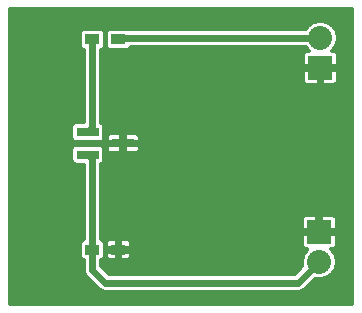
<source format=gtl>
G04 #@! TF.FileFunction,Copper,L1,Top,Signal*
%FSLAX46Y46*%
G04 Gerber Fmt 4.6, Leading zero omitted, Abs format (unit mm)*
G04 Created by KiCad (PCBNEW 4.0.4-1.fc24-product) date Thu Mar  1 10:42:45 2018*
%MOMM*%
%LPD*%
G01*
G04 APERTURE LIST*
%ADD10C,0.100000*%
%ADD11R,2.032000X2.032000*%
%ADD12O,2.032000X2.032000*%
%ADD13R,1.900000X0.800000*%
%ADD14R,1.200000X0.900000*%
%ADD15C,0.600000*%
%ADD16C,0.300000*%
G04 APERTURE END LIST*
D10*
D11*
X202800000Y-75500000D03*
D12*
X202800000Y-72960000D03*
D11*
X202700000Y-89400000D03*
D12*
X202700000Y-91940000D03*
D13*
X183100000Y-80950000D03*
X183100000Y-82850000D03*
X186100000Y-81900000D03*
D14*
X185700000Y-73100000D03*
X183500000Y-73100000D03*
X183500000Y-90900000D03*
X185700000Y-90900000D03*
D15*
X202800000Y-72960000D02*
X185840000Y-72960000D01*
X185840000Y-72960000D02*
X185700000Y-73100000D01*
X202760000Y-73000000D02*
X202800000Y-72960000D01*
X184600000Y-93700000D02*
X183500000Y-92600000D01*
X183500000Y-92600000D02*
X183500000Y-90900000D01*
X200940000Y-93700000D02*
X184600000Y-93700000D01*
X202700000Y-91940000D02*
X200940000Y-93700000D01*
X183500000Y-90900000D02*
X183500000Y-83250000D01*
X183500000Y-83250000D02*
X183100000Y-82850000D01*
X183500000Y-73100000D02*
X183500000Y-80550000D01*
X183500000Y-80550000D02*
X183100000Y-80950000D01*
D16*
G36*
X205475000Y-95475000D02*
X176550000Y-95475000D01*
X176550000Y-82450000D01*
X181691184Y-82450000D01*
X181691184Y-83250000D01*
X181722562Y-83416760D01*
X181821117Y-83569919D01*
X181971495Y-83672668D01*
X182150000Y-83708816D01*
X182750000Y-83708816D01*
X182750000Y-90019408D01*
X182733240Y-90022562D01*
X182580081Y-90121117D01*
X182477332Y-90271495D01*
X182441184Y-90450000D01*
X182441184Y-91350000D01*
X182472562Y-91516760D01*
X182571117Y-91669919D01*
X182721495Y-91772668D01*
X182750000Y-91778440D01*
X182750000Y-92600000D01*
X182807090Y-92887013D01*
X182969670Y-93130330D01*
X184069670Y-94230330D01*
X184312987Y-94392910D01*
X184600000Y-94450000D01*
X200940000Y-94450000D01*
X201227013Y-94392910D01*
X201470330Y-94230330D01*
X202357145Y-93343515D01*
X202671279Y-93406000D01*
X202728721Y-93406000D01*
X203289735Y-93294407D01*
X203765340Y-92976619D01*
X204083128Y-92501014D01*
X204194721Y-91940000D01*
X204083128Y-91378986D01*
X203765340Y-90903381D01*
X203709395Y-90866000D01*
X203805511Y-90866000D01*
X203970905Y-90797491D01*
X204097492Y-90670904D01*
X204166000Y-90505510D01*
X204166000Y-89662500D01*
X204053500Y-89550000D01*
X202850000Y-89550000D01*
X202850000Y-89570000D01*
X202550000Y-89570000D01*
X202550000Y-89550000D01*
X201346500Y-89550000D01*
X201234000Y-89662500D01*
X201234000Y-90505510D01*
X201302508Y-90670904D01*
X201429095Y-90797491D01*
X201594489Y-90866000D01*
X201690605Y-90866000D01*
X201634660Y-90903381D01*
X201316872Y-91378986D01*
X201205279Y-91940000D01*
X201277295Y-92302045D01*
X200629340Y-92950000D01*
X184910660Y-92950000D01*
X184250000Y-92289340D01*
X184250000Y-91780592D01*
X184266760Y-91777438D01*
X184419919Y-91678883D01*
X184522668Y-91528505D01*
X184558816Y-91350000D01*
X184558816Y-91162500D01*
X184650000Y-91162500D01*
X184650000Y-91439510D01*
X184718508Y-91604904D01*
X184845095Y-91731491D01*
X185010489Y-91800000D01*
X185437500Y-91800000D01*
X185550000Y-91687500D01*
X185550000Y-91050000D01*
X185850000Y-91050000D01*
X185850000Y-91687500D01*
X185962500Y-91800000D01*
X186389511Y-91800000D01*
X186554905Y-91731491D01*
X186681492Y-91604904D01*
X186750000Y-91439510D01*
X186750000Y-91162500D01*
X186637500Y-91050000D01*
X185850000Y-91050000D01*
X185550000Y-91050000D01*
X184762500Y-91050000D01*
X184650000Y-91162500D01*
X184558816Y-91162500D01*
X184558816Y-90450000D01*
X184541974Y-90360490D01*
X184650000Y-90360490D01*
X184650000Y-90637500D01*
X184762500Y-90750000D01*
X185550000Y-90750000D01*
X185550000Y-90112500D01*
X185850000Y-90112500D01*
X185850000Y-90750000D01*
X186637500Y-90750000D01*
X186750000Y-90637500D01*
X186750000Y-90360490D01*
X186681492Y-90195096D01*
X186554905Y-90068509D01*
X186389511Y-90000000D01*
X185962500Y-90000000D01*
X185850000Y-90112500D01*
X185550000Y-90112500D01*
X185437500Y-90000000D01*
X185010489Y-90000000D01*
X184845095Y-90068509D01*
X184718508Y-90195096D01*
X184650000Y-90360490D01*
X184541974Y-90360490D01*
X184527438Y-90283240D01*
X184428883Y-90130081D01*
X184278505Y-90027332D01*
X184250000Y-90021560D01*
X184250000Y-88294490D01*
X201234000Y-88294490D01*
X201234000Y-89137500D01*
X201346500Y-89250000D01*
X202550000Y-89250000D01*
X202550000Y-88046500D01*
X202850000Y-88046500D01*
X202850000Y-89250000D01*
X204053500Y-89250000D01*
X204166000Y-89137500D01*
X204166000Y-88294490D01*
X204097492Y-88129096D01*
X203970905Y-88002509D01*
X203805511Y-87934000D01*
X202962500Y-87934000D01*
X202850000Y-88046500D01*
X202550000Y-88046500D01*
X202437500Y-87934000D01*
X201594489Y-87934000D01*
X201429095Y-88002509D01*
X201302508Y-88129096D01*
X201234000Y-88294490D01*
X184250000Y-88294490D01*
X184250000Y-83656049D01*
X184369919Y-83578883D01*
X184472668Y-83428505D01*
X184508816Y-83250000D01*
X184508816Y-82450000D01*
X184477438Y-82283240D01*
X184399745Y-82162500D01*
X184700000Y-82162500D01*
X184700000Y-82389510D01*
X184768508Y-82554904D01*
X184895095Y-82681491D01*
X185060489Y-82750000D01*
X185837500Y-82750000D01*
X185950000Y-82637500D01*
X185950000Y-82050000D01*
X186250000Y-82050000D01*
X186250000Y-82637500D01*
X186362500Y-82750000D01*
X187139511Y-82750000D01*
X187304905Y-82681491D01*
X187431492Y-82554904D01*
X187500000Y-82389510D01*
X187500000Y-82162500D01*
X187387500Y-82050000D01*
X186250000Y-82050000D01*
X185950000Y-82050000D01*
X184812500Y-82050000D01*
X184700000Y-82162500D01*
X184399745Y-82162500D01*
X184378883Y-82130081D01*
X184228505Y-82027332D01*
X184050000Y-81991184D01*
X182150000Y-81991184D01*
X181983240Y-82022562D01*
X181830081Y-82121117D01*
X181727332Y-82271495D01*
X181691184Y-82450000D01*
X176550000Y-82450000D01*
X176550000Y-80550000D01*
X181691184Y-80550000D01*
X181691184Y-81350000D01*
X181722562Y-81516760D01*
X181821117Y-81669919D01*
X181971495Y-81772668D01*
X182150000Y-81808816D01*
X184050000Y-81808816D01*
X184216760Y-81777438D01*
X184369919Y-81678883D01*
X184472668Y-81528505D01*
X184496566Y-81410490D01*
X184700000Y-81410490D01*
X184700000Y-81637500D01*
X184812500Y-81750000D01*
X185950000Y-81750000D01*
X185950000Y-81162500D01*
X186250000Y-81162500D01*
X186250000Y-81750000D01*
X187387500Y-81750000D01*
X187500000Y-81637500D01*
X187500000Y-81410490D01*
X187431492Y-81245096D01*
X187304905Y-81118509D01*
X187139511Y-81050000D01*
X186362500Y-81050000D01*
X186250000Y-81162500D01*
X185950000Y-81162500D01*
X185837500Y-81050000D01*
X185060489Y-81050000D01*
X184895095Y-81118509D01*
X184768508Y-81245096D01*
X184700000Y-81410490D01*
X184496566Y-81410490D01*
X184508816Y-81350000D01*
X184508816Y-80550000D01*
X184477438Y-80383240D01*
X184378883Y-80230081D01*
X184250000Y-80142019D01*
X184250000Y-75762500D01*
X201334000Y-75762500D01*
X201334000Y-76605510D01*
X201402508Y-76770904D01*
X201529095Y-76897491D01*
X201694489Y-76966000D01*
X202537500Y-76966000D01*
X202650000Y-76853500D01*
X202650000Y-75650000D01*
X202950000Y-75650000D01*
X202950000Y-76853500D01*
X203062500Y-76966000D01*
X203905511Y-76966000D01*
X204070905Y-76897491D01*
X204197492Y-76770904D01*
X204266000Y-76605510D01*
X204266000Y-75762500D01*
X204153500Y-75650000D01*
X202950000Y-75650000D01*
X202650000Y-75650000D01*
X201446500Y-75650000D01*
X201334000Y-75762500D01*
X184250000Y-75762500D01*
X184250000Y-73980592D01*
X184266760Y-73977438D01*
X184419919Y-73878883D01*
X184522668Y-73728505D01*
X184558816Y-73550000D01*
X184558816Y-72650000D01*
X184641184Y-72650000D01*
X184641184Y-73550000D01*
X184672562Y-73716760D01*
X184771117Y-73869919D01*
X184921495Y-73972668D01*
X185100000Y-74008816D01*
X186300000Y-74008816D01*
X186466760Y-73977438D01*
X186619919Y-73878883D01*
X186722668Y-73728505D01*
X186726415Y-73710000D01*
X201543148Y-73710000D01*
X201734660Y-73996619D01*
X201790605Y-74034000D01*
X201694489Y-74034000D01*
X201529095Y-74102509D01*
X201402508Y-74229096D01*
X201334000Y-74394490D01*
X201334000Y-75237500D01*
X201446500Y-75350000D01*
X202650000Y-75350000D01*
X202650000Y-75330000D01*
X202950000Y-75330000D01*
X202950000Y-75350000D01*
X204153500Y-75350000D01*
X204266000Y-75237500D01*
X204266000Y-74394490D01*
X204197492Y-74229096D01*
X204070905Y-74102509D01*
X203905511Y-74034000D01*
X203809395Y-74034000D01*
X203865340Y-73996619D01*
X204183128Y-73521014D01*
X204294721Y-72960000D01*
X204183128Y-72398986D01*
X203865340Y-71923381D01*
X203389735Y-71605593D01*
X202828721Y-71494000D01*
X202771279Y-71494000D01*
X202210265Y-71605593D01*
X201734660Y-71923381D01*
X201543148Y-72210000D01*
X186392917Y-72210000D01*
X186300000Y-72191184D01*
X185100000Y-72191184D01*
X184933240Y-72222562D01*
X184780081Y-72321117D01*
X184677332Y-72471495D01*
X184641184Y-72650000D01*
X184558816Y-72650000D01*
X184527438Y-72483240D01*
X184428883Y-72330081D01*
X184278505Y-72227332D01*
X184100000Y-72191184D01*
X182900000Y-72191184D01*
X182733240Y-72222562D01*
X182580081Y-72321117D01*
X182477332Y-72471495D01*
X182441184Y-72650000D01*
X182441184Y-73550000D01*
X182472562Y-73716760D01*
X182571117Y-73869919D01*
X182721495Y-73972668D01*
X182750000Y-73978440D01*
X182750000Y-80091184D01*
X182150000Y-80091184D01*
X181983240Y-80122562D01*
X181830081Y-80221117D01*
X181727332Y-80371495D01*
X181691184Y-80550000D01*
X176550000Y-80550000D01*
X176550000Y-70525000D01*
X205475000Y-70525000D01*
X205475000Y-95475000D01*
X205475000Y-95475000D01*
G37*
X205475000Y-95475000D02*
X176550000Y-95475000D01*
X176550000Y-82450000D01*
X181691184Y-82450000D01*
X181691184Y-83250000D01*
X181722562Y-83416760D01*
X181821117Y-83569919D01*
X181971495Y-83672668D01*
X182150000Y-83708816D01*
X182750000Y-83708816D01*
X182750000Y-90019408D01*
X182733240Y-90022562D01*
X182580081Y-90121117D01*
X182477332Y-90271495D01*
X182441184Y-90450000D01*
X182441184Y-91350000D01*
X182472562Y-91516760D01*
X182571117Y-91669919D01*
X182721495Y-91772668D01*
X182750000Y-91778440D01*
X182750000Y-92600000D01*
X182807090Y-92887013D01*
X182969670Y-93130330D01*
X184069670Y-94230330D01*
X184312987Y-94392910D01*
X184600000Y-94450000D01*
X200940000Y-94450000D01*
X201227013Y-94392910D01*
X201470330Y-94230330D01*
X202357145Y-93343515D01*
X202671279Y-93406000D01*
X202728721Y-93406000D01*
X203289735Y-93294407D01*
X203765340Y-92976619D01*
X204083128Y-92501014D01*
X204194721Y-91940000D01*
X204083128Y-91378986D01*
X203765340Y-90903381D01*
X203709395Y-90866000D01*
X203805511Y-90866000D01*
X203970905Y-90797491D01*
X204097492Y-90670904D01*
X204166000Y-90505510D01*
X204166000Y-89662500D01*
X204053500Y-89550000D01*
X202850000Y-89550000D01*
X202850000Y-89570000D01*
X202550000Y-89570000D01*
X202550000Y-89550000D01*
X201346500Y-89550000D01*
X201234000Y-89662500D01*
X201234000Y-90505510D01*
X201302508Y-90670904D01*
X201429095Y-90797491D01*
X201594489Y-90866000D01*
X201690605Y-90866000D01*
X201634660Y-90903381D01*
X201316872Y-91378986D01*
X201205279Y-91940000D01*
X201277295Y-92302045D01*
X200629340Y-92950000D01*
X184910660Y-92950000D01*
X184250000Y-92289340D01*
X184250000Y-91780592D01*
X184266760Y-91777438D01*
X184419919Y-91678883D01*
X184522668Y-91528505D01*
X184558816Y-91350000D01*
X184558816Y-91162500D01*
X184650000Y-91162500D01*
X184650000Y-91439510D01*
X184718508Y-91604904D01*
X184845095Y-91731491D01*
X185010489Y-91800000D01*
X185437500Y-91800000D01*
X185550000Y-91687500D01*
X185550000Y-91050000D01*
X185850000Y-91050000D01*
X185850000Y-91687500D01*
X185962500Y-91800000D01*
X186389511Y-91800000D01*
X186554905Y-91731491D01*
X186681492Y-91604904D01*
X186750000Y-91439510D01*
X186750000Y-91162500D01*
X186637500Y-91050000D01*
X185850000Y-91050000D01*
X185550000Y-91050000D01*
X184762500Y-91050000D01*
X184650000Y-91162500D01*
X184558816Y-91162500D01*
X184558816Y-90450000D01*
X184541974Y-90360490D01*
X184650000Y-90360490D01*
X184650000Y-90637500D01*
X184762500Y-90750000D01*
X185550000Y-90750000D01*
X185550000Y-90112500D01*
X185850000Y-90112500D01*
X185850000Y-90750000D01*
X186637500Y-90750000D01*
X186750000Y-90637500D01*
X186750000Y-90360490D01*
X186681492Y-90195096D01*
X186554905Y-90068509D01*
X186389511Y-90000000D01*
X185962500Y-90000000D01*
X185850000Y-90112500D01*
X185550000Y-90112500D01*
X185437500Y-90000000D01*
X185010489Y-90000000D01*
X184845095Y-90068509D01*
X184718508Y-90195096D01*
X184650000Y-90360490D01*
X184541974Y-90360490D01*
X184527438Y-90283240D01*
X184428883Y-90130081D01*
X184278505Y-90027332D01*
X184250000Y-90021560D01*
X184250000Y-88294490D01*
X201234000Y-88294490D01*
X201234000Y-89137500D01*
X201346500Y-89250000D01*
X202550000Y-89250000D01*
X202550000Y-88046500D01*
X202850000Y-88046500D01*
X202850000Y-89250000D01*
X204053500Y-89250000D01*
X204166000Y-89137500D01*
X204166000Y-88294490D01*
X204097492Y-88129096D01*
X203970905Y-88002509D01*
X203805511Y-87934000D01*
X202962500Y-87934000D01*
X202850000Y-88046500D01*
X202550000Y-88046500D01*
X202437500Y-87934000D01*
X201594489Y-87934000D01*
X201429095Y-88002509D01*
X201302508Y-88129096D01*
X201234000Y-88294490D01*
X184250000Y-88294490D01*
X184250000Y-83656049D01*
X184369919Y-83578883D01*
X184472668Y-83428505D01*
X184508816Y-83250000D01*
X184508816Y-82450000D01*
X184477438Y-82283240D01*
X184399745Y-82162500D01*
X184700000Y-82162500D01*
X184700000Y-82389510D01*
X184768508Y-82554904D01*
X184895095Y-82681491D01*
X185060489Y-82750000D01*
X185837500Y-82750000D01*
X185950000Y-82637500D01*
X185950000Y-82050000D01*
X186250000Y-82050000D01*
X186250000Y-82637500D01*
X186362500Y-82750000D01*
X187139511Y-82750000D01*
X187304905Y-82681491D01*
X187431492Y-82554904D01*
X187500000Y-82389510D01*
X187500000Y-82162500D01*
X187387500Y-82050000D01*
X186250000Y-82050000D01*
X185950000Y-82050000D01*
X184812500Y-82050000D01*
X184700000Y-82162500D01*
X184399745Y-82162500D01*
X184378883Y-82130081D01*
X184228505Y-82027332D01*
X184050000Y-81991184D01*
X182150000Y-81991184D01*
X181983240Y-82022562D01*
X181830081Y-82121117D01*
X181727332Y-82271495D01*
X181691184Y-82450000D01*
X176550000Y-82450000D01*
X176550000Y-80550000D01*
X181691184Y-80550000D01*
X181691184Y-81350000D01*
X181722562Y-81516760D01*
X181821117Y-81669919D01*
X181971495Y-81772668D01*
X182150000Y-81808816D01*
X184050000Y-81808816D01*
X184216760Y-81777438D01*
X184369919Y-81678883D01*
X184472668Y-81528505D01*
X184496566Y-81410490D01*
X184700000Y-81410490D01*
X184700000Y-81637500D01*
X184812500Y-81750000D01*
X185950000Y-81750000D01*
X185950000Y-81162500D01*
X186250000Y-81162500D01*
X186250000Y-81750000D01*
X187387500Y-81750000D01*
X187500000Y-81637500D01*
X187500000Y-81410490D01*
X187431492Y-81245096D01*
X187304905Y-81118509D01*
X187139511Y-81050000D01*
X186362500Y-81050000D01*
X186250000Y-81162500D01*
X185950000Y-81162500D01*
X185837500Y-81050000D01*
X185060489Y-81050000D01*
X184895095Y-81118509D01*
X184768508Y-81245096D01*
X184700000Y-81410490D01*
X184496566Y-81410490D01*
X184508816Y-81350000D01*
X184508816Y-80550000D01*
X184477438Y-80383240D01*
X184378883Y-80230081D01*
X184250000Y-80142019D01*
X184250000Y-75762500D01*
X201334000Y-75762500D01*
X201334000Y-76605510D01*
X201402508Y-76770904D01*
X201529095Y-76897491D01*
X201694489Y-76966000D01*
X202537500Y-76966000D01*
X202650000Y-76853500D01*
X202650000Y-75650000D01*
X202950000Y-75650000D01*
X202950000Y-76853500D01*
X203062500Y-76966000D01*
X203905511Y-76966000D01*
X204070905Y-76897491D01*
X204197492Y-76770904D01*
X204266000Y-76605510D01*
X204266000Y-75762500D01*
X204153500Y-75650000D01*
X202950000Y-75650000D01*
X202650000Y-75650000D01*
X201446500Y-75650000D01*
X201334000Y-75762500D01*
X184250000Y-75762500D01*
X184250000Y-73980592D01*
X184266760Y-73977438D01*
X184419919Y-73878883D01*
X184522668Y-73728505D01*
X184558816Y-73550000D01*
X184558816Y-72650000D01*
X184641184Y-72650000D01*
X184641184Y-73550000D01*
X184672562Y-73716760D01*
X184771117Y-73869919D01*
X184921495Y-73972668D01*
X185100000Y-74008816D01*
X186300000Y-74008816D01*
X186466760Y-73977438D01*
X186619919Y-73878883D01*
X186722668Y-73728505D01*
X186726415Y-73710000D01*
X201543148Y-73710000D01*
X201734660Y-73996619D01*
X201790605Y-74034000D01*
X201694489Y-74034000D01*
X201529095Y-74102509D01*
X201402508Y-74229096D01*
X201334000Y-74394490D01*
X201334000Y-75237500D01*
X201446500Y-75350000D01*
X202650000Y-75350000D01*
X202650000Y-75330000D01*
X202950000Y-75330000D01*
X202950000Y-75350000D01*
X204153500Y-75350000D01*
X204266000Y-75237500D01*
X204266000Y-74394490D01*
X204197492Y-74229096D01*
X204070905Y-74102509D01*
X203905511Y-74034000D01*
X203809395Y-74034000D01*
X203865340Y-73996619D01*
X204183128Y-73521014D01*
X204294721Y-72960000D01*
X204183128Y-72398986D01*
X203865340Y-71923381D01*
X203389735Y-71605593D01*
X202828721Y-71494000D01*
X202771279Y-71494000D01*
X202210265Y-71605593D01*
X201734660Y-71923381D01*
X201543148Y-72210000D01*
X186392917Y-72210000D01*
X186300000Y-72191184D01*
X185100000Y-72191184D01*
X184933240Y-72222562D01*
X184780081Y-72321117D01*
X184677332Y-72471495D01*
X184641184Y-72650000D01*
X184558816Y-72650000D01*
X184527438Y-72483240D01*
X184428883Y-72330081D01*
X184278505Y-72227332D01*
X184100000Y-72191184D01*
X182900000Y-72191184D01*
X182733240Y-72222562D01*
X182580081Y-72321117D01*
X182477332Y-72471495D01*
X182441184Y-72650000D01*
X182441184Y-73550000D01*
X182472562Y-73716760D01*
X182571117Y-73869919D01*
X182721495Y-73972668D01*
X182750000Y-73978440D01*
X182750000Y-80091184D01*
X182150000Y-80091184D01*
X181983240Y-80122562D01*
X181830081Y-80221117D01*
X181727332Y-80371495D01*
X181691184Y-80550000D01*
X176550000Y-80550000D01*
X176550000Y-70525000D01*
X205475000Y-70525000D01*
X205475000Y-95475000D01*
M02*

</source>
